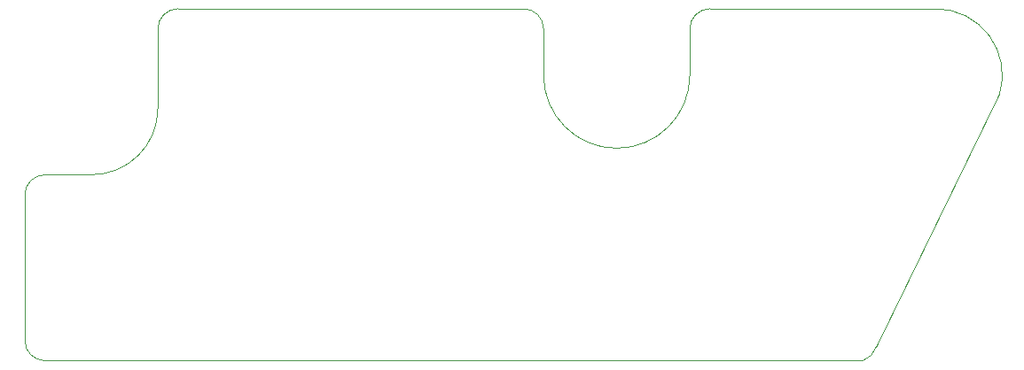
<source format=gbr>
%TF.GenerationSoftware,KiCad,Pcbnew,7.0.1-0*%
%TF.CreationDate,2023-06-08T23:36:29+08:00*%
%TF.ProjectId,FT817-BT-JDY67,46543831-372d-4425-942d-4a445936372e,20230608*%
%TF.SameCoordinates,Original*%
%TF.FileFunction,Profile,NP*%
%FSLAX46Y46*%
G04 Gerber Fmt 4.6, Leading zero omitted, Abs format (unit mm)*
G04 Created by KiCad (PCBNEW 7.0.1-0) date 2023-06-08 23:36:29*
%MOMM*%
%LPD*%
G01*
G04 APERTURE LIST*
%TA.AperFunction,Profile*%
%ADD10C,0.100000*%
%TD*%
G04 APERTURE END LIST*
D10*
X172085000Y-95250000D02*
X183882197Y-71039659D01*
X105410000Y-62865000D02*
G75*
G03*
X103505000Y-64770000I0J-1905000D01*
G01*
X170815000Y-96520000D02*
G75*
G03*
X172085000Y-95250000I-635000J1905000D01*
G01*
X90805000Y-94615000D02*
G75*
G03*
X92710000Y-96520000I1905000J0D01*
G01*
X92710000Y-96520000D02*
X170815000Y-96520000D01*
X183882197Y-71039659D02*
G75*
G03*
X177800000Y-62865000I-6082197J1824659D01*
G01*
X177800000Y-62865000D02*
X156210000Y-62865000D01*
X103505000Y-72390000D02*
X103505000Y-64770000D01*
X97155000Y-78740000D02*
X92710000Y-78740000D01*
X140335000Y-64770000D02*
G75*
G03*
X138430000Y-62865000I-1905000J0D01*
G01*
X92709999Y-78739999D02*
G75*
G03*
X90804999Y-80644999I1J-1905001D01*
G01*
X140335000Y-64770000D02*
X140335000Y-69215000D01*
X90805000Y-80645000D02*
X90805000Y-94615000D01*
X97155000Y-78740000D02*
G75*
G03*
X103505000Y-72390000I0J6350000D01*
G01*
X138430000Y-62865000D02*
X105410000Y-62865000D01*
X154305000Y-64770000D02*
X154305000Y-69215000D01*
X140335000Y-69215000D02*
G75*
G03*
X154305000Y-69215000I6985000J0D01*
G01*
X156210000Y-62865000D02*
G75*
G03*
X154305000Y-64770000I0J-1905000D01*
G01*
M02*

</source>
